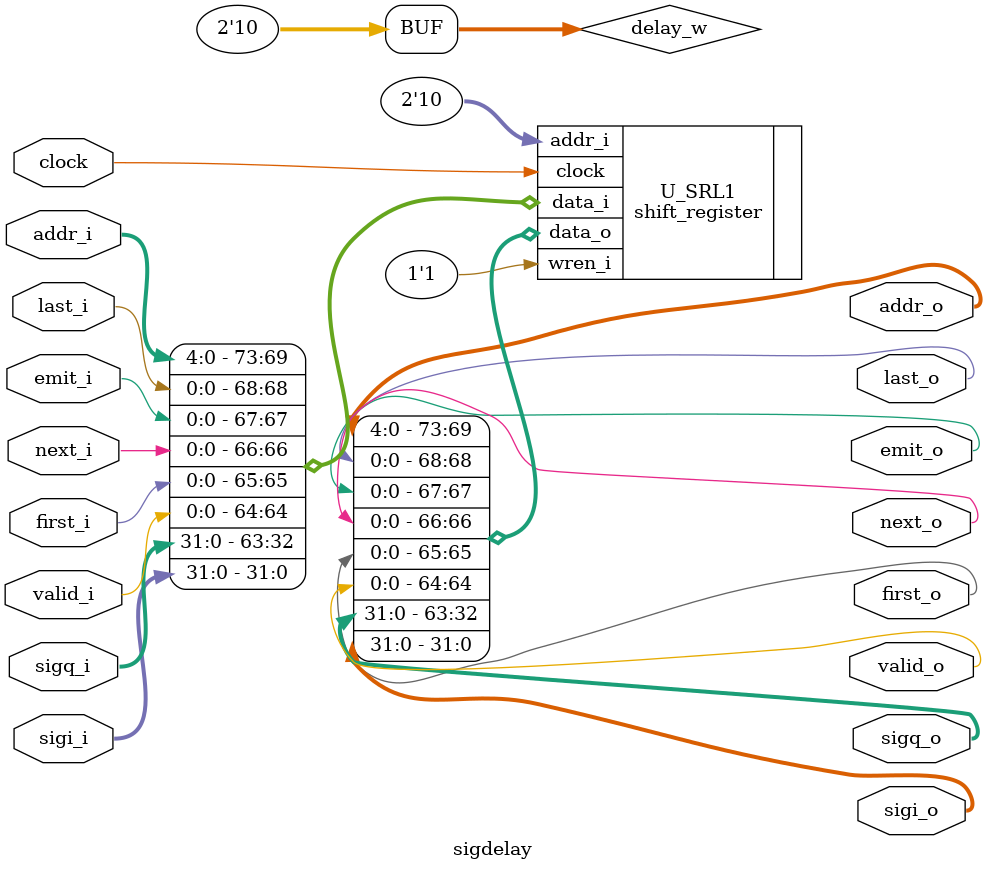
<source format=v>
`timescale 1ns / 100ps
/**
 * Shift-register elements for delaying the raw radio signals (but delayed by
 * 'DELAY' cycles in the correlator clock-domain).
 *
 * Note:
 *  - resource usage is either O(n) shift-registers, or O(n.m) DFFs, where 'm'
 *    is the delay amount;
 *  - correlator clock domain;
 */
module sigdelay #(
    // Number of (1-bit, IQ) signal sources
    parameter integer RADIOS = 32,
    localparam integer RSB = RADIOS - 1,

    // Default is for the source signals to travel in the reverse direction,
    // relative to the partial-visibilities, as this saves two cycles of delay
    // (elements), per correlator-chain
    parameter integer REVERSE = 1,

    // Time-multiplexing is used, so used to map from timeslice to MUX indices
    parameter  integer TRATE = 30,
    localparam integer TBITS = $clog2(TRATE),  // Input MUX bits
    localparam integer TSB   = TBITS - 1,

    // The inner-loop value determines the phasing, so that each correlator-
    // chain outputs their 'LOOP0'-length chunks in succession
    parameter  integer LOOP0 = 3,
    localparam integer DELAY = REVERSE == 1 ? LOOP0 - 1 : LOOP0 + 1,
    localparam integer DBITS = $clog2(DELAY + 1),
    localparam integer DSB   = DBITS - 1,
    localparam integer DEPTH = 1 << DBITS
) (
    input clock,  // Correlator clock domain

    // Undelayed, source signals
    input valid_i,
    input first_i,
    input next_i,
    input emit_i,
    input last_i,
    input [TSB:0] addr_i,
    input [RSB:0] sigi_i,
    input [RSB:0] sigq_i,

    // Delayed output signals
    output valid_o,
    output first_o,
    output next_o,
    output emit_o,
    output last_o,
    output [TSB:0] addr_o,
    output [RSB:0] sigi_o,
    output [RSB:0] sigq_o
);

  wire [DSB:0] delay_w = DELAY[DSB:0];

  shift_register #(
      .WIDTH(RADIOS + RADIOS + TBITS + 5),
      .DEPTH(DEPTH)
  ) U_SRL1 (
      .clock (clock),
      .wren_i(1'b1),
      .addr_i(delay_w),
      .data_i({addr_i, last_i, emit_i, next_i, first_i, valid_i, sigq_i, sigi_i}),
      .data_o({addr_o, last_o, emit_o, next_o, first_o, valid_o, sigq_o, sigi_o})
  );

endmodule  /* sigdelay */

</source>
